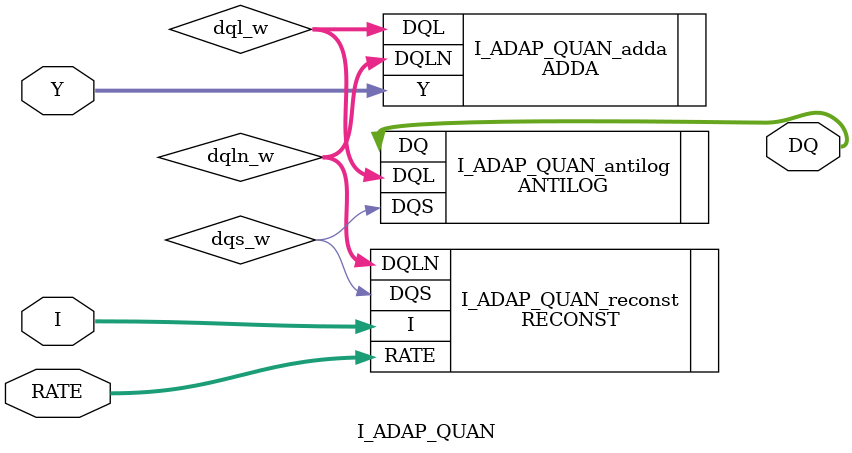
<source format=v>
/* I_ADAP_QUAN.v
*
* Module : Inverse adaptive quantizer
*
* Authors: Niraj Vasudevan 
*
* Description:
* Hierarchical module of Inverse adaptive quantizer
*
* Revision History:
* _Rev #_	_Author(s)_	_Date_		_Changes_
* 1.00		nv1440		03/22/2014	Module Created.
* 1.10		Levs		Mar 23		Added RATE as input
*
*/


//Module Declaration
module I_ADAP_QUAN (
	RATE,//40, 32, 24, or 16 kbit/s
	I,//Quantized ADPCM value
	Y,//Quantizer scale factor
	DQ//16-bit signed magnitude Quantized difference signal (16, 24, 32 or 40 kbit/s operation)
);
///////////////////////////////////////////
// Inputs 
//

input	[1:5]	I;	
input	[12:0]	Y;	//Quantizer scale factor
input	[1:0] 	RATE;
///////////////////////////////////////////
// Outputs 
//
 
output	[15:0]	DQ;	//16-bit signed magnitude Quantized difference signal (16, 24, 32 or 40 kbit/s operation)
    


///////////////////////////////////////////
// Wire and register instantiations
//

wire	[11:0]	dqln_w;
wire		dqs_w;
wire	[11:0]	dql_w;



///////////////////////////////////////////
// Module instantiations
//

RECONST		I_ADAP_QUAN_reconst( .I(I), 
				     .RATE(RATE),
				     .DQLN(dqln_w), 
				     .DQS(dqs_w)
				    );

ADDA		I_ADAP_QUAN_adda( .DQLN(dqln_w), 
				   .Y(Y),
				   .DQL(dql_w)
				  );

ANTILOG		I_ADAP_QUAN_antilog( .DQL(dql_w), 
				      .DQS(dqs_w), 
				      .DQ(DQ)
				      );


endmodule // I_ADAP_QUAN

</source>
